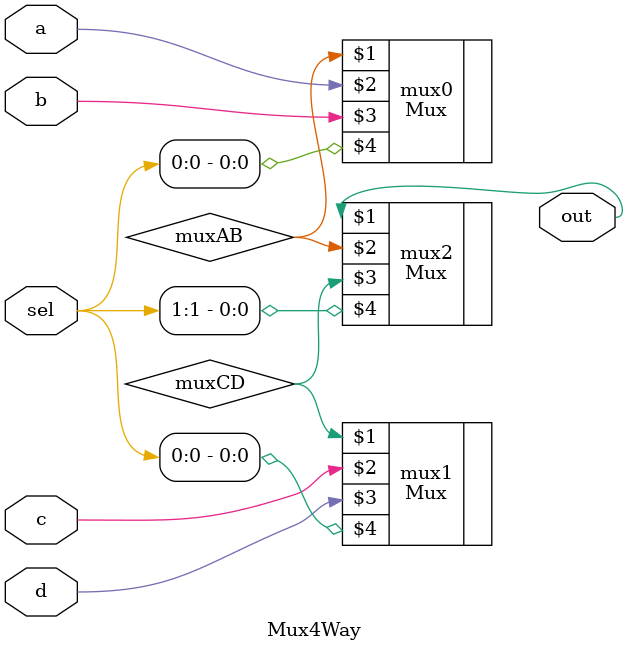
<source format=v>
/* módulo Mux4Way */

`ifndef _Mux4Way_
`define _Mux4Way_

`include "Mux.v"

module Mux4Way(out, a, b, c, d, sel);
    input a,b,c,d;
    input [1:0] sel;
    output out;

    Mux mux0(muxAB, a, b, sel[0]);
    Mux mux1(muxCD, c, d, sel[0]);
    Mux mux2(out, muxAB, muxCD, sel[1]);

    // Descrição de conexões internas do módulo

endmodule

`endif

</source>
